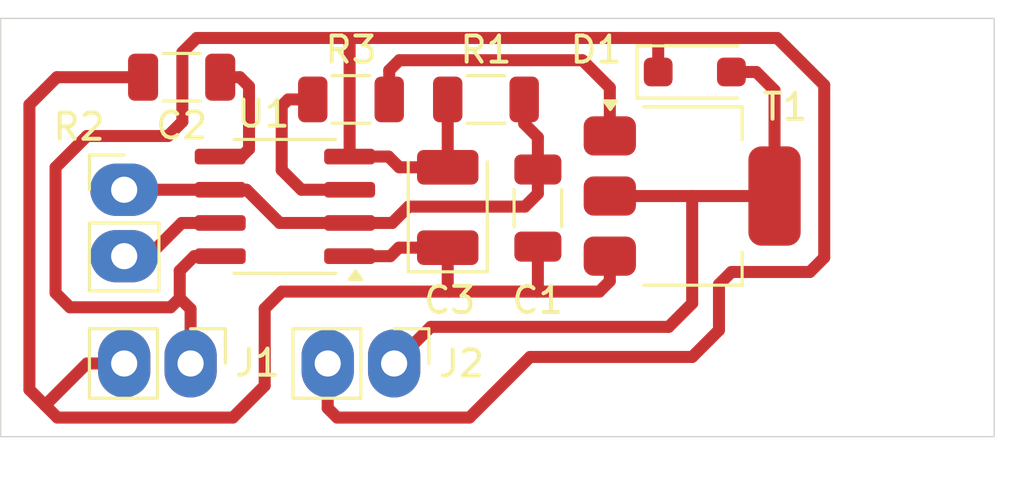
<source format=kicad_pcb>
(kicad_pcb (version 20241229) (generator "pcbnew") (generator_version "9.0")
  (layers (0 "F.Cu" signal) (2 "B.Cu" signal) (13 "F.Paste" user) (15 "B.Paste" user) (5 "F.SilkS" user "F.Silkscreen") (7 "B.SilkS" user "B.Silkscreen") (1 "F.Mask" user) (3 "B.Mask" user) (25 "Edge.Cuts" user))
  (net 0 "")
  (net 1 "Net-(U1-THR)")
  (net 2 "GND")
  (net 3 "Net-(U1-CTL)")
  (net 4 "Net-(D1-C)")
  (net 5 "Net-(D1-A)")
  (net 6 "Net-(U1-DIS)")
  (net 7 "Net-(T1-G)")
  (net 8 "Net-(U1-OUT)")
  (footprint "Capacitor_SMD:C_1206_3216Metric" (layer "F.Cu") (at 48.923125 43.25)
    (property "Reference" "C2" (at 0 1.85 0) (layer "F.SilkS"))
    (property "Value" "0,1")
    (fp_line (start -0.711252 -0.91) (end 0.711252 -0.91) (stroke (width 0.12)) (layer "F.SilkS"))
    (fp_line (start -0.711252 0.91) (end 0.711252 0.91) (stroke (width 0.12)) (layer "F.SilkS"))
    (pad "1" smd roundrect (at -1.475 0) (size 1.15 1.8) (layers "F.Cu" "F.Mask" "F.Paste") (roundrect_rratio 0.217391) (net 2 "GND"))
    (pad "2" smd roundrect (at 1.475 0) (size 1.15 1.8) (layers "F.Cu" "F.Mask" "F.Paste") (roundrect_rratio 0.217391) (net 3 "Net-(U1-CTL)"))
  )
  (footprint "Resistor_SMD:R_1206_3216Metric" (layer "F.Cu") (at 60.5625 44.1 180)
    (property "Reference" "R1" (at 0 1.9 0) (layer "F.SilkS"))
    (property "Value" "22k")
    (fp_line (start -0.727064 0.91) (end 0.727064 0.91) (stroke (width 0.12)) (layer "F.SilkS"))
    (fp_line (start -0.727064 -0.91) (end 0.727064 -0.91) (stroke (width 0.12)) (layer "F.SilkS"))
    (pad "1" smd roundrect (at -1.4625 0 180) (size 1.125 1.75) (layers "F.Cu" "F.Mask" "F.Paste") (roundrect_rratio 0.222222) (net 1 "Net-(U1-THR)"))
    (pad "2" smd roundrect (at 1.4625 0 180) (size 1.125 1.75) (layers "F.Cu" "F.Mask" "F.Paste") (roundrect_rratio 0.222222) (net 4 "Net-(D1-C)"))
  )
  (footprint "Connector_PinHeader_2.54mm:PinHeader_1x02_P2.54mm_Vertical" (layer "F.Cu") (at 46.725 47.555)
    (property "Reference" "R2" (at -1.725 -2.405 0) (layer "F.SilkS"))
    (property "Value" "10k/NTC")
    (fp_line (start -1.33 -1.33) (end 0 -1.33) (stroke (width 0.12)) (layer "F.SilkS"))
    (fp_line (start -1.33 0) (end -1.33 -1.33) (stroke (width 0.12)) (layer "F.SilkS"))
    (fp_line (start -1.33 1.27) (end -1.33 3.87) (stroke (width 0.12)) (layer "F.SilkS"))
    (fp_line (start -1.33 1.27) (end 1.33 1.27) (stroke (width 0.12)) (layer "F.SilkS"))
    (fp_line (start -1.33 3.87) (end 1.33 3.87) (stroke (width 0.12)) (layer "F.SilkS"))
    (fp_line (start 1.33 1.27) (end 1.33 3.87) (stroke (width 0.12)) (layer "F.SilkS"))
    (pad "1" thru_hole oval (at 0 0) (size 2.6 2) (drill 1) (layers "*.Cu" "*.Mask") (net 1 "Net-(U1-THR)"))
    (pad "2" thru_hole oval (at 0 2.54) (size 2.6 2) (drill 1) (layers "*.Cu" "*.Mask") (net 6 "Net-(U1-DIS)"))
  )
  (footprint "Connector_PinHeader_2.54mm:PinHeader_1x02_P2.54mm_Vertical" (layer "F.Cu") (at 49.265 54.2 -90)
    (property "Reference" "J1" (at -0.025 -2.56 180) (layer "F.SilkS"))
    (property "Value" "Conn_2pin01")
    (fp_line (start -1.33 3.87) (end 1.33 3.87) (stroke (width 0.12)) (layer "F.SilkS"))
    (fp_line (start -1.33 1.27) (end -1.33 3.87) (stroke (width 0.12)) (layer "F.SilkS"))
    (fp_line (start -1.33 1.27) (end 1.33 1.27) (stroke (width 0.12)) (layer "F.SilkS"))
    (fp_line (start 1.33 1.27) (end 1.33 3.87) (stroke (width 0.12)) (layer "F.SilkS"))
    (fp_line (start -1.33 0) (end -1.33 -1.33) (stroke (width 0.12)) (layer "F.SilkS"))
    (fp_line (start -1.33 -1.33) (end 0 -1.33) (stroke (width 0.12)) (layer "F.SilkS"))
    (pad "1" thru_hole oval (at 0 0 270) (size 2.6 2) (drill 1) (layers "*.Cu" "*.Mask") (net 4 "Net-(D1-C)"))
    (pad "2" thru_hole oval (at 0 2.54 270) (size 2.6 2) (drill 1) (layers "*.Cu" "*.Mask") (net 2 "GND"))
  )
  (footprint "Resistor_SMD:R_1206_3216Metric" (layer "F.Cu") (at 55.4 44.1)
    (property "Reference" "R3" (at 0 -1.9 0) (layer "F.SilkS"))
    (property "Value" "100")
    (fp_line (start -0.727064 -0.91) (end 0.727064 -0.91) (stroke (width 0.12)) (layer "F.SilkS"))
    (fp_line (start -0.727064 0.91) (end 0.727064 0.91) (stroke (width 0.12)) (layer "F.SilkS"))
    (pad "1" smd roundrect (at -1.4625 0) (size 1.125 1.75) (layers "F.Cu" "F.Mask" "F.Paste") (roundrect_rratio 0.222222) (net 8 "Net-(U1-OUT)"))
    (pad "2" smd roundrect (at 1.4625 0) (size 1.125 1.75) (layers "F.Cu" "F.Mask" "F.Paste") (roundrect_rratio 0.222222) (net 7 "Net-(T1-G)"))
  )
  (footprint "Capacitor_SMD:C_1206_3216Metric" (layer "F.Cu") (at 62.548125 48.255 90)
    (property "Reference" "C1" (at -3.52 0 180) (layer "F.SilkS"))
    (property "Value" "0,1")
    (fp_line (start -0.711252 -0.91) (end 0.711252 -0.91) (stroke (width 0.12)) (layer "F.SilkS"))
    (fp_line (start -0.711252 0.91) (end 0.711252 0.91) (stroke (width 0.12)) (layer "F.SilkS"))
    (pad "1" smd roundrect (at -1.475 0 90) (size 1.15 1.8) (layers "F.Cu" "F.Mask" "F.Paste") (roundrect_rratio 0.217391) (net 2 "GND"))
    (pad "2" smd roundrect (at 1.475 0 90) (size 1.15 1.8) (layers "F.Cu" "F.Mask" "F.Paste") (roundrect_rratio 0.217391) (net 1 "Net-(U1-THR)"))
  )
  (footprint "MountingHole:MountingHole_3.2mm_M3" (layer "F.Cu") (at 76 52.95)
    (property "Reference" "H1" (hide yes))
    (property "Value" "MountingHole")
    (pad "" np_thru_hole circle (at 0 0) (size 3.2 3.2) (drill 3.2) (layers "*.Cu" "*.Mask"))
  )
  (footprint "Package_SO:SOIC-8_3.9x4.9mm_P1.27mm" (layer "F.Cu") (at 52.873125 48.19 180)
    (property "Reference" "U1" (at 0.823125 3.54 0) (layer "F.SilkS"))
    (property "Value" "NE555")
    (fp_line (start 0 2.56) (end 1.95 2.56) (stroke (width 0.12)) (layer "F.SilkS"))
    (fp_line (start 0 2.56) (end -1.95 2.56) (stroke (width 0.12)) (layer "F.SilkS"))
    (fp_line (start 0 -2.56) (end 1.95 -2.56) (stroke (width 0.12)) (layer "F.SilkS"))
    (fp_line (start 0 -2.56) (end -1.95 -2.56) (stroke (width 0.12)) (layer "F.SilkS"))
    (fp_poly (pts (xy -2.7 -2.465) (xy -2.94 -2.795) (xy -2.46 -2.795) (xy -2.7 -2.465)) (stroke (width 0.12)) (fill yes) (layer "F.SilkS"))
    (pad "1" smd roundrect (at -2.475 -1.905 180) (size 1.95 0.6) (layers "F.Cu" "F.Mask" "F.Paste") (net 2 "GND"))
    (pad "2" smd roundrect (at -2.475 -0.635 180) (size 1.95 0.6) (layers "F.Cu" "F.Mask" "F.Paste") (net 1 "Net-(U1-THR)"))
    (pad "3" smd roundrect (at -2.475 0.635 180) (size 1.95 0.6) (layers "F.Cu" "F.Mask" "F.Paste") (net 8 "Net-(U1-OUT)"))
    (pad "4" smd roundrect (at -2.475 1.905 180) (size 1.95 0.6) (layers "F.Cu" "F.Mask" "F.Paste") (net 4 "Net-(D1-C)"))
    (pad "5" smd roundrect (at 2.475 1.905 180) (size 1.95 0.6) (layers "F.Cu" "F.Mask" "F.Paste") (net 3 "Net-(U1-CTL)"))
    (pad "6" smd roundrect (at 2.475 0.635 180) (size 1.95 0.6) (layers "F.Cu" "F.Mask" "F.Paste") (net 1 "Net-(U1-THR)"))
    (pad "7" smd roundrect (at 2.475 -0.635 180) (size 1.95 0.6) (layers "F.Cu" "F.Mask" "F.Paste") (net 6 "Net-(U1-DIS)"))
    (pad "8" smd roundrect (at 2.475 -1.905 180) (size 1.95 0.6) (layers "F.Cu" "F.Mask" "F.Paste") (net 4 "Net-(D1-C)"))
  )
  (footprint "Package_TO_SOT_SMD:SOT-223-3_TabPin2" (layer "F.Cu") (at 68.45 47.795)
    (property "Reference" "T1" (at 3.55 -3.41 0) (layer "F.SilkS"))
    (property "Value" "1N60G")
    (fp_line (start -1.85 -3.41) (end 1.91 -3.41) (stroke (width 0.12)) (layer "F.SilkS"))
    (fp_line (start -1.85 3.41) (end 1.91 3.41) (stroke (width 0.12)) (layer "F.SilkS"))
    (fp_line (start 1.91 -3.41) (end 1.91 -2.15) (stroke (width 0.12)) (layer "F.SilkS"))
    (fp_line (start 1.91 3.41) (end 1.91 2.15) (stroke (width 0.12)) (layer "F.SilkS"))
    (fp_poly (pts (xy -3.13 -3.31) (xy -3.37 -3.64) (xy -2.89 -3.64) (xy -3.13 -3.31)) (stroke (width 0.12)) (fill yes) (layer "F.SilkS"))
    (pad "1" smd roundrect (at -3.15 -2.3) (size 2 1.5) (layers "F.Cu" "F.Mask" "F.Paste") (net 7 "Net-(T1-G)"))
    (pad "2" smd roundrect (at -3.15 0) (size 2 1.5) (layers "F.Cu" "F.Mask" "F.Paste") (net 5 "Net-(D1-A)"))
    (pad "2" smd roundrect (at 3.15 0) (size 2 3.8) (layers "F.Cu" "F.Mask" "F.Paste") (net 5 "Net-(D1-A)"))
    (pad "3" smd roundrect (at -3.15 2.3) (size 2 1.5) (layers "F.Cu" "F.Mask" "F.Paste") (net 2 "GND"))
  )
  (footprint "Connector_PinHeader_2.54mm:PinHeader_1x02_P2.54mm_Vertical" (layer "F.Cu") (at 57.05 54.2 -90)
    (property "Reference" "J2" (at 0 -2.575 180) (layer "F.SilkS"))
    (property "Value" "Conn_2pin01")
    (fp_line (start -1.33 3.87) (end 1.33 3.87) (stroke (width 0.12)) (layer "F.SilkS"))
    (fp_line (start -1.33 1.27) (end -1.33 3.87) (stroke (width 0.12)) (layer "F.SilkS"))
    (fp_line (start -1.33 1.27) (end 1.33 1.27) (stroke (width 0.12)) (layer "F.SilkS"))
    (fp_line (start 1.33 1.27) (end 1.33 3.87) (stroke (width 0.12)) (layer "F.SilkS"))
    (fp_line (start -1.33 0) (end -1.33 -1.33) (stroke (width 0.12)) (layer "F.SilkS"))
    (fp_line (start -1.33 -1.33) (end 0 -1.33) (stroke (width 0.12)) (layer "F.SilkS"))
    (pad "1" thru_hole oval (at 0 0 270) (size 2.6 2) (drill 1) (layers "*.Cu" "*.Mask") (net 5 "Net-(D1-A)"))
    (pad "2" thru_hole oval (at 0 2.54 270) (size 2.6 2) (drill 1) (layers "*.Cu" "*.Mask") (net 4 "Net-(D1-C)"))
  )
  (footprint "Capacitor_Tantalum_SMD:CP_EIA-3528-21_Kemet-B" (layer "F.Cu") (at 59.1 48.2325 90)
    (property "Reference" "C3" (at -3.5425 0.075 180) (layer "F.SilkS"))
    (property "Value" "10,0")
    (fp_line (start 1.75 -1.51) (end -2.46 -1.51) (stroke (width 0.12)) (layer "F.SilkS"))
    (fp_line (start -2.46 -1.51) (end -2.46 1.51) (stroke (width 0.12)) (layer "F.SilkS"))
    (fp_line (start -2.46 1.51) (end 1.75 1.51) (stroke (width 0.12)) (layer "F.SilkS"))
    (pad "1" smd roundrect (at -1.5375 0 90) (size 1.325 2.35) (layers "F.Cu" "F.Mask" "F.Paste") (roundrect_rratio 0.188679) (net 2 "GND"))
    (pad "2" smd roundrect (at 1.5375 0 90) (size 1.325 2.35) (layers "F.Cu" "F.Mask" "F.Paste") (roundrect_rratio 0.188679) (net 4 "Net-(D1-C)"))
  )
  (footprint "Diode_SMD:D_SOD-123F" (layer "F.Cu") (at 68.55 43.05)
    (property "Reference" "D1" (at -3.775 -0.85 0) (layer "F.SilkS"))
    (property "Value" "4148")
    (fp_line (start -2.21 -1) (end -2.21 1) (stroke (width 0.12)) (layer "F.SilkS"))
    (fp_line (start -2.21 -1) (end 1.65 -1) (stroke (width 0.12)) (layer "F.SilkS"))
    (fp_line (start -2.21 1) (end 1.65 1) (stroke (width 0.12)) (layer "F.SilkS"))
    (pad "1" smd roundrect (at -1.4 0) (size 1.1 1.1) (layers "F.Cu" "F.Mask" "F.Paste") (roundrect_rratio 0.2272727273) (net 4 "Net-(D1-C)"))
    (pad "2" smd roundrect (at 1.4 0) (size 1.1 1.1) (layers "F.Cu" "F.Mask" "F.Paste") (roundrect_rratio 0.2272727273) (net 5 "Net-(D1-A)"))
  )
  (gr_rect (start 42 41) (end 80 57) (stroke (width 0.05)) (fill no) (layer "Edge.Cuts"))
  (segment (start 62.025 45.025) (end 62.548125 45.548125) (width 0.46) (layer "F.Cu") (net 1))
  (segment (start 57.6 48.2) (end 62.05 48.2) (width 0.46) (layer "F.Cu") (net 1))
  (segment (start 46.725 47.555) (end 50.398125 47.555) (width 0.46) (layer "F.Cu") (net 1))
  (segment (start 52.675 48.825) (end 55.348125 48.825) (width 0.46) (layer "F.Cu") (net 1))
  (segment (start 62.548125 47.701875) (end 62.548125 46.78) (width 0.46) (layer "F.Cu") (net 1))
  (segment (start 62.548125 45.548125) (end 62.548125 46.78) (width 0.46) (layer "F.Cu") (net 1))
  (segment (start 56.975 48.825) (end 57.6 48.2) (width 0.46) (layer "F.Cu") (net 1))
  (segment (start 62.025 44.1) (end 62.025 45.025) (width 0.46) (layer "F.Cu") (net 1))
  (segment (start 50.398125 47.555) (end 51.405 47.555) (width 0.46) (layer "F.Cu") (net 1))
  (segment (start 55.348125 48.825) (end 56.975 48.825) (width 0.46) (layer "F.Cu") (net 1))
  (segment (start 62.05 48.2) (end 62.548125 47.701875) (width 0.46) (layer "F.Cu") (net 1))
  (segment (start 51.405 47.555) (end 52.675 48.825) (width 0.46) (layer "F.Cu") (net 1))
  (segment (start 64.9 51.45) (end 65.3 51.05) (width 0.46) (layer "F.Cu") (net 2))
  (segment (start 57.23 49.77) (end 56.905 50.095) (width 0.46) (layer "F.Cu") (net 2))
  (segment (start 59.15 51.45) (end 62.5 51.45) (width 0.46) (layer "F.Cu") (net 2))
  (segment (start 59.1 49.77) (end 57.23 49.77) (width 0.46) (layer "F.Cu") (net 2))
  (segment (start 52.1 52.1) (end 52.1 55.05) (width 0.46) (layer "F.Cu") (net 2))
  (segment (start 43.1 55.2) (end 43.1 44.3) (width 0.46) (layer "F.Cu") (net 2))
  (segment (start 59.15 51.45) (end 52.75 51.45) (width 0.46) (layer "F.Cu") (net 2))
  (segment (start 52.1 55.05) (end 50.881 56.269) (width 0.46) (layer "F.Cu") (net 2))
  (segment (start 62.548125 49.73) (end 62.548125 51.401875) (width 0.46) (layer "F.Cu") (net 2))
  (segment (start 62.5 51.45) (end 64.9 51.45) (width 0.46) (layer "F.Cu") (net 2))
  (segment (start 44.169 56.269) (end 43.7 55.8) (width 0.46) (layer "F.Cu") (net 2))
  (segment (start 56.905 50.095) (end 55.348125 50.095) (width 0.46) (layer "F.Cu") (net 2))
  (segment (start 59.1 49.77) (end 59.1 51.4) (width 0.46) (layer "F.Cu") (net 2))
  (segment (start 43.1 44.3) (end 44.15 43.25) (width 0.46) (layer "F.Cu") (net 2))
  (segment (start 43.7 55.8) (end 43.1 55.2) (width 0.46) (layer "F.Cu") (net 2))
  (segment (start 52.75 51.45) (end 52.1 52.1) (width 0.46) (layer "F.Cu") (net 2))
  (segment (start 50.881 56.269) (end 44.169 56.269) (width 0.46) (layer "F.Cu") (net 2))
  (segment (start 59.1 51.4) (end 59.15 51.45) (width 0.46) (layer "F.Cu") (net 2))
  (segment (start 45.3 54.2) (end 43.7 55.8) (width 0.46) (layer "F.Cu") (net 2))
  (segment (start 46.725 54.2) (end 45.3 54.2) (width 0.46) (layer "F.Cu") (net 2))
  (segment (start 62.548125 51.401875) (end 62.5 51.45) (width 0.46) (layer "F.Cu") (net 2))
  (segment (start 65.3 51.05) (end 65.3 50.095) (width 0.46) (layer "F.Cu") (net 2))
  (segment (start 44.15 43.25) (end 47.448125 43.25) (width 0.46) (layer "F.Cu") (net 2))
  (segment (start 51.15 43.25) (end 50.398125 43.25) (width 0.46) (layer "F.Cu") (net 3))
  (segment (start 51.215 46.285) (end 51.5 46) (width 0.46) (layer "F.Cu") (net 3))
  (segment (start 51.5 43.6) (end 51.15 43.25) (width 0.46) (layer "F.Cu") (net 3))
  (segment (start 50.398125 46.285) (end 51.215 46.285) (width 0.46) (layer "F.Cu") (net 3))
  (segment (start 51.5 46) (end 51.5 43.6) (width 0.46) (layer "F.Cu") (net 3))
  (segment (start 67.15 43.05) (end 67.15 41.8) (width 0.46) (layer "F.Cu") (net 4))
  (segment (start 48.5 52.05) (end 48.85 51.7) (width 0.46) (layer "F.Cu") (net 4))
  (segment (start 48.95 44.95) (end 48.4 45.5) (width 0.46) (layer "F.Cu") (net 4))
  (segment (start 69.95 50.7) (end 69.475 51.175) (width 0.46) (layer "F.Cu") (net 4))
  (segment (start 55.35 41.75) (end 57.15 41.75) (width 0.46) (layer "F.Cu") (net 4))
  (segment (start 71.7 41.75) (end 73.5 43.55) (width 0.46) (layer "F.Cu") (net 4))
  (segment (start 54.869 56.269) (end 54.51 55.91) (width 0.46) (layer "F.Cu") (net 4))
  (segment (start 56.835 46.285) (end 57.245 46.695) (width 0.46) (layer "F.Cu") (net 4))
  (segment (start 49.5 41.75) (end 48.95 42.3) (width 0.46) (layer "F.Cu") (net 4))
  (segment (start 55.348125 41.751875) (end 55.35 41.75) (width 0.46) (layer "F.Cu") (net 4))
  (segment (start 65.85 41.75) (end 65.8 41.75) (width 0.46) (layer "F.Cu") (net 4))
  (segment (start 54.51 55.91) (end 54.51 54.2) (width 0.46) (layer "F.Cu") (net 4))
  (segment (start 72.95 50.7) (end 69.95 50.7) (width 0.46) (layer "F.Cu") (net 4))
  (segment (start 68.45 53.95) (end 62.25 53.95) (width 0.46) (layer "F.Cu") (net 4))
  (segment (start 65.05 41.75) (end 67.1 41.75) (width 0.46) (layer "F.Cu") (net 4))
  (segment (start 48.95 42.3) (end 48.95 44.95) (width 0.46) (layer "F.Cu") (net 4))
  (segment (start 55.348125 46.285) (end 56.835 46.285) (width 0.46) (layer "F.Cu") (net 4))
  (segment (start 50.398125 50.095) (end 49.405 50.095) (width 0.46) (layer "F.Cu") (net 4))
  (segment (start 44.65 52.05) (end 48.5 52.05) (width 0.46) (layer "F.Cu") (net 4))
  (segment (start 73.5 50.15) (end 72.95 50.7) (width 0.46) (layer "F.Cu") (net 4))
  (segment (start 69.475 52.925) (end 68.45 53.95) (width 0.46) (layer "F.Cu") (net 4))
  (segment (start 55.348125 46.285) (end 55.348125 41.751875) (width 0.46) (layer "F.Cu") (net 4))
  (segment (start 69.475 51.175) (end 69.475 52.925) (width 0.46) (layer "F.Cu") (net 4))
  (segment (start 49.265 54.2) (end 49.265 52.115) (width 0.46) (layer "F.Cu") (net 4))
  (segment (start 57.15 41.75) (end 65.05 41.75) (width 0.46) (layer "F.Cu") (net 4))
  (segment (start 59.1 44.1) (end 59.1 46.695) (width 0.46) (layer "F.Cu") (net 4))
  (segment (start 49.265 52.115) (end 48.85 51.7) (width 0.46) (layer "F.Cu") (net 4))
  (segment (start 62.25 53.95) (end 59.931 56.269) (width 0.46) (layer "F.Cu") (net 4))
  (segment (start 45.3 45.5) (end 44.1 46.7) (width 0.46) (layer "F.Cu") (net 4))
  (segment (start 44.1 46.7) (end 44.1 51.5) (width 0.46) (layer "F.Cu") (net 4))
  (segment (start 73.5 43.55) (end 73.5 50.15) (width 0.46) (layer "F.Cu") (net 4))
  (segment (start 67.15 41.8) (end 67.1 41.75) (width 0.46) (layer "F.Cu") (net 4))
  (segment (start 48.4 45.5) (end 45.3 45.5) (width 0.46) (layer "F.Cu") (net 4))
  (segment (start 55.35 41.75) (end 49.5 41.75) (width 0.46) (layer "F.Cu") (net 4))
  (segment (start 49.405 50.095) (end 48.85 50.65) (width 0.46) (layer "F.Cu") (net 4))
  (segment (start 59.931 56.269) (end 54.869 56.269) (width 0.46) (layer "F.Cu") (net 4))
  (segment (start 48.85 50.65) (end 48.85 51.7) (width 0.46) (layer "F.Cu") (net 4))
  (segment (start 44.1 51.5) (end 44.65 52.05) (width 0.46) (layer "F.Cu") (net 4))
  (segment (start 67.1 41.75) (end 71.7 41.75) (width 0.46) (layer "F.Cu") (net 4))
  (segment (start 57.245 46.695) (end 59.1 46.695) (width 0.46) (layer "F.Cu") (net 4))
  (segment (start 65.05 41.75) (end 65.8 41.75) (width 0.46) (layer "F.Cu") (net 4))
  (segment (start 71.6 43.75) (end 71.6 47.795) (width 0.46) (layer "F.Cu") (net 5))
  (segment (start 67.55 52.8) (end 58.45 52.8) (width 0.46) (layer "F.Cu") (net 5))
  (segment (start 65.3 47.795) (end 68.45 47.795) (width 0.46) (layer "F.Cu") (net 5))
  (segment (start 70.9 43.05) (end 71.6 43.75) (width 0.46) (layer "F.Cu") (net 5))
  (segment (start 68.45 47.795) (end 71.6 47.795) (width 0.46) (layer "F.Cu") (net 5))
  (segment (start 68.45 47.795) (end 68.45 51.9) (width 0.46) (layer "F.Cu") (net 5))
  (segment (start 58.45 52.8) (end 57.05 54.2) (width 0.46) (layer "F.Cu") (net 5))
  (segment (start 69.95 43.05) (end 70.9 43.05) (width 0.46) (layer "F.Cu") (net 5))
  (segment (start 68.45 51.9) (end 67.55 52.8) (width 0.46) (layer "F.Cu") (net 5))
  (segment (start 48.925 48.825) (end 50.398125 48.825) (width 0.46) (layer "F.Cu") (net 6))
  (segment (start 47.655 50.095) (end 48.925 48.825) (width 0.46) (layer "F.Cu") (net 6))
  (segment (start 46.725 50.095) (end 47.655 50.095) (width 0.46) (layer "F.Cu") (net 6))
  (segment (start 56.8625 44.1) (end 56.8625 42.9875) (width 0.46) (layer "F.Cu") (net 7))
  (segment (start 57.25 42.6) (end 64.25 42.6) (width 0.46) (layer "F.Cu") (net 7))
  (segment (start 65.3 45.495) (end 65.3 43.65) (width 0.46) (layer "F.Cu") (net 7))
  (segment (start 65.3 43.65) (end 64.25 42.6) (width 0.46) (layer "F.Cu") (net 7))
  (segment (start 56.8625 42.9875) (end 57.25 42.6) (width 0.46) (layer "F.Cu") (net 7))
  (segment (start 55.348125 47.555) (end 53.505 47.555) (width 0.46) (layer "F.Cu") (net 8))
  (segment (start 52.75 44.35) (end 53 44.1) (width 0.46) (layer "F.Cu") (net 8))
  (segment (start 53.505 47.555) (end 52.75 46.8) (width 0.46) (layer "F.Cu") (net 8))
  (segment (start 52.75 46.8) (end 52.75 44.35) (width 0.46) (layer "F.Cu") (net 8))
  (segment (start 53 44.1) (end 53.9375 44.1) (width 0.46) (layer "F.Cu") (net 8))
)
</source>
